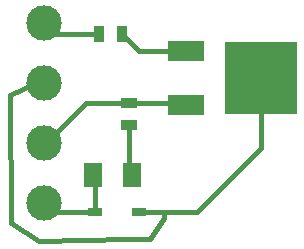
<source format=gtl>
G04 (created by PCBNEW (2013-07-07 BZR 4022)-stable) date 3/12/2015 5:21:04 AM*
%MOIN*%
G04 Gerber Fmt 3.4, Leading zero omitted, Abs format*
%FSLAX34Y34*%
G01*
G70*
G90*
G04 APERTURE LIST*
%ADD10C,0.00590551*%
%ADD11R,0.0472X0.0276*%
%ADD12R,0.06X0.08*%
%ADD13R,0.035X0.055*%
%ADD14R,0.055X0.035*%
%ADD15R,0.12X0.065*%
%ADD16R,0.24X0.24*%
%ADD17C,0.11811*%
%ADD18C,0.015748*%
G04 APERTURE END LIST*
G54D10*
G54D11*
X10963Y-14581D03*
X9507Y-14581D03*
G54D12*
X9442Y-13342D03*
X10742Y-13342D03*
G54D13*
X9651Y-8646D03*
X10401Y-8646D03*
G54D14*
X10630Y-10948D03*
X10630Y-11698D03*
G54D15*
X12532Y-9224D03*
G54D16*
X15032Y-10124D03*
G54D15*
X12532Y-11024D03*
G54D17*
X7800Y-8293D03*
X7800Y-10293D03*
X7800Y-12293D03*
X7800Y-14293D03*
G54D18*
X9507Y-14581D02*
X8159Y-14581D01*
X8159Y-14581D02*
X7876Y-14298D01*
X9507Y-14581D02*
X9507Y-13407D01*
X9507Y-13407D02*
X9442Y-13342D01*
X9651Y-8646D02*
X8224Y-8646D01*
X8224Y-8646D02*
X7876Y-8298D01*
X10577Y-15499D02*
X11344Y-15499D01*
X11801Y-14775D02*
X11801Y-14581D01*
X11344Y-15499D02*
X11801Y-14775D01*
X10963Y-14581D02*
X11801Y-14581D01*
X11801Y-14581D02*
X12903Y-14581D01*
X12903Y-14581D02*
X15032Y-12452D01*
X15032Y-12452D02*
X15032Y-10124D01*
X7876Y-10298D02*
X7541Y-10298D01*
X7638Y-15547D02*
X10577Y-15499D01*
X6712Y-14968D02*
X7638Y-15547D01*
X6664Y-10700D02*
X6712Y-14968D01*
X7541Y-10298D02*
X6664Y-10700D01*
X10630Y-10948D02*
X12456Y-10948D01*
X12456Y-10948D02*
X12532Y-11024D01*
X10630Y-10948D02*
X9226Y-10948D01*
X9226Y-10948D02*
X7876Y-12298D01*
X10630Y-11698D02*
X10630Y-13230D01*
X10630Y-13230D02*
X10742Y-13342D01*
X12532Y-9224D02*
X10979Y-9224D01*
X10979Y-9224D02*
X10401Y-8646D01*
M02*

</source>
